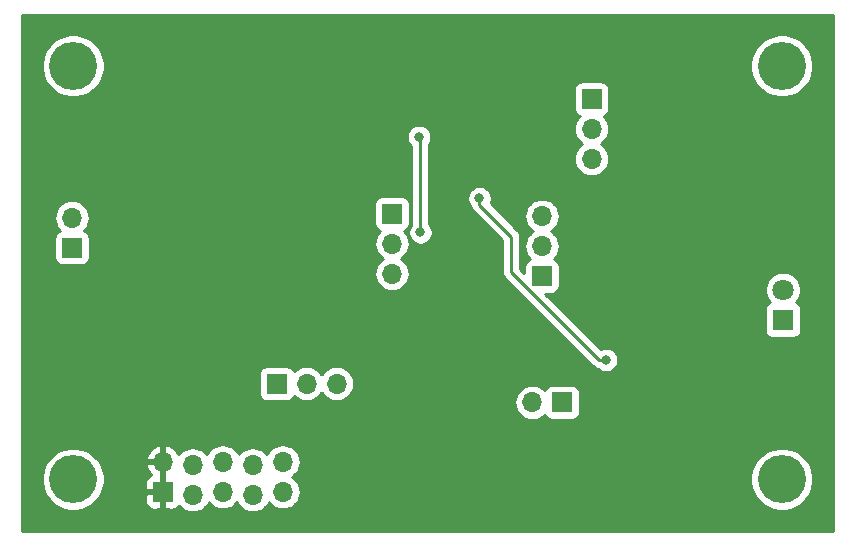
<source format=gbl>
G04 #@! TF.GenerationSoftware,KiCad,Pcbnew,(5.1.0)-1*
G04 #@! TF.CreationDate,2019-05-13T14:42:25-04:00*
G04 #@! TF.ProjectId,EG,45472e6b-6963-4616-945f-706362585858,rev?*
G04 #@! TF.SameCoordinates,Original*
G04 #@! TF.FileFunction,Copper,L2,Bot*
G04 #@! TF.FilePolarity,Positive*
%FSLAX46Y46*%
G04 Gerber Fmt 4.6, Leading zero omitted, Abs format (unit mm)*
G04 Created by KiCad (PCBNEW (5.1.0)-1) date 2019-05-13 14:42:25*
%MOMM*%
%LPD*%
G04 APERTURE LIST*
%ADD10C,4.064000*%
%ADD11R,1.800000X1.800000*%
%ADD12C,1.800000*%
%ADD13O,1.700000X1.700000*%
%ADD14R,1.700000X1.700000*%
%ADD15C,0.800000*%
%ADD16C,0.250000*%
%ADD17C,0.254000*%
G04 APERTURE END LIST*
D10*
X85000000Y-105000000D03*
X145000000Y-105000000D03*
X145000000Y-70000000D03*
X85000000Y-70000000D03*
D11*
X145100000Y-91500000D03*
D12*
X145100000Y-88960000D03*
D13*
X102760000Y-103533000D03*
X102760000Y-106073000D03*
X100220000Y-103787000D03*
X100220000Y-106327000D03*
X97680000Y-103533000D03*
X97680000Y-106073000D03*
X95140000Y-103787000D03*
X95140000Y-106327000D03*
X92600000Y-103533000D03*
D14*
X92600000Y-106073000D03*
D13*
X84900000Y-82860000D03*
D14*
X84900000Y-85400000D03*
X126400000Y-98500000D03*
D13*
X123860000Y-98500000D03*
X128900000Y-77880000D03*
X128900000Y-75340000D03*
D14*
X128900000Y-72800000D03*
D13*
X112000000Y-87580000D03*
X112000000Y-85040000D03*
D14*
X112000000Y-82500000D03*
X102220000Y-96900000D03*
D13*
X104760000Y-96900000D03*
X107300000Y-96900000D03*
D14*
X124700000Y-87800000D03*
D13*
X124700000Y-85260000D03*
X124700000Y-82720000D03*
D15*
X114400000Y-84100000D03*
X114300000Y-76000000D03*
X101100000Y-91400000D03*
X108400000Y-89900000D03*
X112300000Y-72800000D03*
X125400000Y-76000000D03*
X120900000Y-77800000D03*
X133000000Y-82900000D03*
X119400000Y-81200000D03*
X130100000Y-94900000D03*
D16*
X114400000Y-84100000D02*
X114400000Y-76100000D01*
X114400000Y-76100000D02*
X114300000Y-76000000D01*
X119400000Y-81765685D02*
X122100000Y-84465685D01*
X119400000Y-81200000D02*
X119400000Y-81765685D01*
X122100000Y-87485002D02*
X129514998Y-94900000D01*
X122100000Y-84465685D02*
X122100000Y-87485002D01*
X129514998Y-94900000D02*
X130100000Y-94900000D01*
D17*
G36*
X149340001Y-109340000D02*
G01*
X80660000Y-109340000D01*
X80660000Y-104737323D01*
X82333000Y-104737323D01*
X82333000Y-105262677D01*
X82435492Y-105777935D01*
X82636536Y-106263298D01*
X82928406Y-106700113D01*
X83299887Y-107071594D01*
X83736702Y-107363464D01*
X84222065Y-107564508D01*
X84737323Y-107667000D01*
X85262677Y-107667000D01*
X85777935Y-107564508D01*
X86263298Y-107363464D01*
X86700113Y-107071594D01*
X86848707Y-106923000D01*
X91111928Y-106923000D01*
X91124188Y-107047482D01*
X91160498Y-107167180D01*
X91219463Y-107277494D01*
X91298815Y-107374185D01*
X91395506Y-107453537D01*
X91505820Y-107512502D01*
X91625518Y-107548812D01*
X91750000Y-107561072D01*
X92314250Y-107558000D01*
X92473000Y-107399250D01*
X92473000Y-106200000D01*
X91273750Y-106200000D01*
X91115000Y-106358750D01*
X91111928Y-106923000D01*
X86848707Y-106923000D01*
X87071594Y-106700113D01*
X87363464Y-106263298D01*
X87564508Y-105777935D01*
X87667000Y-105262677D01*
X87667000Y-105223000D01*
X91111928Y-105223000D01*
X91115000Y-105787250D01*
X91273750Y-105946000D01*
X92473000Y-105946000D01*
X92473000Y-103660000D01*
X91279186Y-103660000D01*
X91158519Y-103889891D01*
X91255843Y-104164252D01*
X91404822Y-104414355D01*
X91581626Y-104610502D01*
X91505820Y-104633498D01*
X91395506Y-104692463D01*
X91298815Y-104771815D01*
X91219463Y-104868506D01*
X91160498Y-104978820D01*
X91124188Y-105098518D01*
X91111928Y-105223000D01*
X87667000Y-105223000D01*
X87667000Y-104737323D01*
X87564508Y-104222065D01*
X87363464Y-103736702D01*
X87071594Y-103299887D01*
X86947816Y-103176109D01*
X91158519Y-103176109D01*
X91279186Y-103406000D01*
X92473000Y-103406000D01*
X92473000Y-102212845D01*
X92727000Y-102212845D01*
X92727000Y-103406000D01*
X92747000Y-103406000D01*
X92747000Y-103660000D01*
X92727000Y-103660000D01*
X92727000Y-105946000D01*
X92747000Y-105946000D01*
X92747000Y-106200000D01*
X92727000Y-106200000D01*
X92727000Y-107399250D01*
X92885750Y-107558000D01*
X93450000Y-107561072D01*
X93574482Y-107548812D01*
X93694180Y-107512502D01*
X93804494Y-107453537D01*
X93901185Y-107374185D01*
X93980537Y-107277494D01*
X93987815Y-107263877D01*
X94084866Y-107382134D01*
X94310986Y-107567706D01*
X94568966Y-107705599D01*
X94848889Y-107790513D01*
X95067050Y-107812000D01*
X95212950Y-107812000D01*
X95431111Y-107790513D01*
X95711034Y-107705599D01*
X95969014Y-107567706D01*
X96195134Y-107382134D01*
X96380706Y-107156014D01*
X96486031Y-106958964D01*
X96624866Y-107128134D01*
X96850986Y-107313706D01*
X97108966Y-107451599D01*
X97388889Y-107536513D01*
X97607050Y-107558000D01*
X97752950Y-107558000D01*
X97971111Y-107536513D01*
X98251034Y-107451599D01*
X98509014Y-107313706D01*
X98735134Y-107128134D01*
X98873969Y-106958964D01*
X98979294Y-107156014D01*
X99164866Y-107382134D01*
X99390986Y-107567706D01*
X99648966Y-107705599D01*
X99928889Y-107790513D01*
X100147050Y-107812000D01*
X100292950Y-107812000D01*
X100511111Y-107790513D01*
X100791034Y-107705599D01*
X101049014Y-107567706D01*
X101275134Y-107382134D01*
X101460706Y-107156014D01*
X101566031Y-106958964D01*
X101704866Y-107128134D01*
X101930986Y-107313706D01*
X102188966Y-107451599D01*
X102468889Y-107536513D01*
X102687050Y-107558000D01*
X102832950Y-107558000D01*
X103051111Y-107536513D01*
X103331034Y-107451599D01*
X103589014Y-107313706D01*
X103815134Y-107128134D01*
X104000706Y-106902014D01*
X104138599Y-106644034D01*
X104223513Y-106364111D01*
X104252185Y-106073000D01*
X104223513Y-105781889D01*
X104138599Y-105501966D01*
X104000706Y-105243986D01*
X103815134Y-105017866D01*
X103589014Y-104832294D01*
X103534209Y-104803000D01*
X103589014Y-104773706D01*
X103633346Y-104737323D01*
X142333000Y-104737323D01*
X142333000Y-105262677D01*
X142435492Y-105777935D01*
X142636536Y-106263298D01*
X142928406Y-106700113D01*
X143299887Y-107071594D01*
X143736702Y-107363464D01*
X144222065Y-107564508D01*
X144737323Y-107667000D01*
X145262677Y-107667000D01*
X145777935Y-107564508D01*
X146263298Y-107363464D01*
X146700113Y-107071594D01*
X147071594Y-106700113D01*
X147363464Y-106263298D01*
X147564508Y-105777935D01*
X147667000Y-105262677D01*
X147667000Y-104737323D01*
X147564508Y-104222065D01*
X147363464Y-103736702D01*
X147071594Y-103299887D01*
X146700113Y-102928406D01*
X146263298Y-102636536D01*
X145777935Y-102435492D01*
X145262677Y-102333000D01*
X144737323Y-102333000D01*
X144222065Y-102435492D01*
X143736702Y-102636536D01*
X143299887Y-102928406D01*
X142928406Y-103299887D01*
X142636536Y-103736702D01*
X142435492Y-104222065D01*
X142333000Y-104737323D01*
X103633346Y-104737323D01*
X103815134Y-104588134D01*
X104000706Y-104362014D01*
X104138599Y-104104034D01*
X104223513Y-103824111D01*
X104252185Y-103533000D01*
X104223513Y-103241889D01*
X104138599Y-102961966D01*
X104000706Y-102703986D01*
X103815134Y-102477866D01*
X103589014Y-102292294D01*
X103331034Y-102154401D01*
X103051111Y-102069487D01*
X102832950Y-102048000D01*
X102687050Y-102048000D01*
X102468889Y-102069487D01*
X102188966Y-102154401D01*
X101930986Y-102292294D01*
X101704866Y-102477866D01*
X101519294Y-102703986D01*
X101413969Y-102901036D01*
X101275134Y-102731866D01*
X101049014Y-102546294D01*
X100791034Y-102408401D01*
X100511111Y-102323487D01*
X100292950Y-102302000D01*
X100147050Y-102302000D01*
X99928889Y-102323487D01*
X99648966Y-102408401D01*
X99390986Y-102546294D01*
X99164866Y-102731866D01*
X99026031Y-102901036D01*
X98920706Y-102703986D01*
X98735134Y-102477866D01*
X98509014Y-102292294D01*
X98251034Y-102154401D01*
X97971111Y-102069487D01*
X97752950Y-102048000D01*
X97607050Y-102048000D01*
X97388889Y-102069487D01*
X97108966Y-102154401D01*
X96850986Y-102292294D01*
X96624866Y-102477866D01*
X96439294Y-102703986D01*
X96333969Y-102901036D01*
X96195134Y-102731866D01*
X95969014Y-102546294D01*
X95711034Y-102408401D01*
X95431111Y-102323487D01*
X95212950Y-102302000D01*
X95067050Y-102302000D01*
X94848889Y-102323487D01*
X94568966Y-102408401D01*
X94310986Y-102546294D01*
X94084866Y-102731866D01*
X93944546Y-102902846D01*
X93944157Y-102901748D01*
X93795178Y-102651645D01*
X93600269Y-102435412D01*
X93366920Y-102261359D01*
X93104099Y-102136175D01*
X92956890Y-102091524D01*
X92727000Y-102212845D01*
X92473000Y-102212845D01*
X92243110Y-102091524D01*
X92095901Y-102136175D01*
X91833080Y-102261359D01*
X91599731Y-102435412D01*
X91404822Y-102651645D01*
X91255843Y-102901748D01*
X91158519Y-103176109D01*
X86947816Y-103176109D01*
X86700113Y-102928406D01*
X86263298Y-102636536D01*
X85777935Y-102435492D01*
X85262677Y-102333000D01*
X84737323Y-102333000D01*
X84222065Y-102435492D01*
X83736702Y-102636536D01*
X83299887Y-102928406D01*
X82928406Y-103299887D01*
X82636536Y-103736702D01*
X82435492Y-104222065D01*
X82333000Y-104737323D01*
X80660000Y-104737323D01*
X80660000Y-98500000D01*
X122367815Y-98500000D01*
X122396487Y-98791111D01*
X122481401Y-99071034D01*
X122619294Y-99329014D01*
X122804866Y-99555134D01*
X123030986Y-99740706D01*
X123288966Y-99878599D01*
X123568889Y-99963513D01*
X123787050Y-99985000D01*
X123932950Y-99985000D01*
X124151111Y-99963513D01*
X124431034Y-99878599D01*
X124689014Y-99740706D01*
X124915134Y-99555134D01*
X124939607Y-99525313D01*
X124960498Y-99594180D01*
X125019463Y-99704494D01*
X125098815Y-99801185D01*
X125195506Y-99880537D01*
X125305820Y-99939502D01*
X125425518Y-99975812D01*
X125550000Y-99988072D01*
X127250000Y-99988072D01*
X127374482Y-99975812D01*
X127494180Y-99939502D01*
X127604494Y-99880537D01*
X127701185Y-99801185D01*
X127780537Y-99704494D01*
X127839502Y-99594180D01*
X127875812Y-99474482D01*
X127888072Y-99350000D01*
X127888072Y-97650000D01*
X127875812Y-97525518D01*
X127839502Y-97405820D01*
X127780537Y-97295506D01*
X127701185Y-97198815D01*
X127604494Y-97119463D01*
X127494180Y-97060498D01*
X127374482Y-97024188D01*
X127250000Y-97011928D01*
X125550000Y-97011928D01*
X125425518Y-97024188D01*
X125305820Y-97060498D01*
X125195506Y-97119463D01*
X125098815Y-97198815D01*
X125019463Y-97295506D01*
X124960498Y-97405820D01*
X124939607Y-97474687D01*
X124915134Y-97444866D01*
X124689014Y-97259294D01*
X124431034Y-97121401D01*
X124151111Y-97036487D01*
X123932950Y-97015000D01*
X123787050Y-97015000D01*
X123568889Y-97036487D01*
X123288966Y-97121401D01*
X123030986Y-97259294D01*
X122804866Y-97444866D01*
X122619294Y-97670986D01*
X122481401Y-97928966D01*
X122396487Y-98208889D01*
X122367815Y-98500000D01*
X80660000Y-98500000D01*
X80660000Y-96050000D01*
X100731928Y-96050000D01*
X100731928Y-97750000D01*
X100744188Y-97874482D01*
X100780498Y-97994180D01*
X100839463Y-98104494D01*
X100918815Y-98201185D01*
X101015506Y-98280537D01*
X101125820Y-98339502D01*
X101245518Y-98375812D01*
X101370000Y-98388072D01*
X103070000Y-98388072D01*
X103194482Y-98375812D01*
X103314180Y-98339502D01*
X103424494Y-98280537D01*
X103521185Y-98201185D01*
X103600537Y-98104494D01*
X103659502Y-97994180D01*
X103680393Y-97925313D01*
X103704866Y-97955134D01*
X103930986Y-98140706D01*
X104188966Y-98278599D01*
X104468889Y-98363513D01*
X104687050Y-98385000D01*
X104832950Y-98385000D01*
X105051111Y-98363513D01*
X105331034Y-98278599D01*
X105589014Y-98140706D01*
X105815134Y-97955134D01*
X106000706Y-97729014D01*
X106030000Y-97674209D01*
X106059294Y-97729014D01*
X106244866Y-97955134D01*
X106470986Y-98140706D01*
X106728966Y-98278599D01*
X107008889Y-98363513D01*
X107227050Y-98385000D01*
X107372950Y-98385000D01*
X107591111Y-98363513D01*
X107871034Y-98278599D01*
X108129014Y-98140706D01*
X108355134Y-97955134D01*
X108540706Y-97729014D01*
X108678599Y-97471034D01*
X108763513Y-97191111D01*
X108792185Y-96900000D01*
X108763513Y-96608889D01*
X108678599Y-96328966D01*
X108540706Y-96070986D01*
X108355134Y-95844866D01*
X108129014Y-95659294D01*
X107871034Y-95521401D01*
X107591111Y-95436487D01*
X107372950Y-95415000D01*
X107227050Y-95415000D01*
X107008889Y-95436487D01*
X106728966Y-95521401D01*
X106470986Y-95659294D01*
X106244866Y-95844866D01*
X106059294Y-96070986D01*
X106030000Y-96125791D01*
X106000706Y-96070986D01*
X105815134Y-95844866D01*
X105589014Y-95659294D01*
X105331034Y-95521401D01*
X105051111Y-95436487D01*
X104832950Y-95415000D01*
X104687050Y-95415000D01*
X104468889Y-95436487D01*
X104188966Y-95521401D01*
X103930986Y-95659294D01*
X103704866Y-95844866D01*
X103680393Y-95874687D01*
X103659502Y-95805820D01*
X103600537Y-95695506D01*
X103521185Y-95598815D01*
X103424494Y-95519463D01*
X103314180Y-95460498D01*
X103194482Y-95424188D01*
X103070000Y-95411928D01*
X101370000Y-95411928D01*
X101245518Y-95424188D01*
X101125820Y-95460498D01*
X101015506Y-95519463D01*
X100918815Y-95598815D01*
X100839463Y-95695506D01*
X100780498Y-95805820D01*
X100744188Y-95925518D01*
X100731928Y-96050000D01*
X80660000Y-96050000D01*
X80660000Y-82860000D01*
X83407815Y-82860000D01*
X83436487Y-83151111D01*
X83521401Y-83431034D01*
X83659294Y-83689014D01*
X83844866Y-83915134D01*
X83874687Y-83939607D01*
X83805820Y-83960498D01*
X83695506Y-84019463D01*
X83598815Y-84098815D01*
X83519463Y-84195506D01*
X83460498Y-84305820D01*
X83424188Y-84425518D01*
X83411928Y-84550000D01*
X83411928Y-86250000D01*
X83424188Y-86374482D01*
X83460498Y-86494180D01*
X83519463Y-86604494D01*
X83598815Y-86701185D01*
X83695506Y-86780537D01*
X83805820Y-86839502D01*
X83925518Y-86875812D01*
X84050000Y-86888072D01*
X85750000Y-86888072D01*
X85874482Y-86875812D01*
X85994180Y-86839502D01*
X86104494Y-86780537D01*
X86201185Y-86701185D01*
X86280537Y-86604494D01*
X86339502Y-86494180D01*
X86375812Y-86374482D01*
X86388072Y-86250000D01*
X86388072Y-85040000D01*
X110507815Y-85040000D01*
X110536487Y-85331111D01*
X110621401Y-85611034D01*
X110759294Y-85869014D01*
X110944866Y-86095134D01*
X111170986Y-86280706D01*
X111225791Y-86310000D01*
X111170986Y-86339294D01*
X110944866Y-86524866D01*
X110759294Y-86750986D01*
X110621401Y-87008966D01*
X110536487Y-87288889D01*
X110507815Y-87580000D01*
X110536487Y-87871111D01*
X110621401Y-88151034D01*
X110759294Y-88409014D01*
X110944866Y-88635134D01*
X111170986Y-88820706D01*
X111428966Y-88958599D01*
X111708889Y-89043513D01*
X111927050Y-89065000D01*
X112072950Y-89065000D01*
X112291111Y-89043513D01*
X112571034Y-88958599D01*
X112829014Y-88820706D01*
X113055134Y-88635134D01*
X113240706Y-88409014D01*
X113378599Y-88151034D01*
X113463513Y-87871111D01*
X113492185Y-87580000D01*
X113463513Y-87288889D01*
X113378599Y-87008966D01*
X113240706Y-86750986D01*
X113055134Y-86524866D01*
X112829014Y-86339294D01*
X112774209Y-86310000D01*
X112829014Y-86280706D01*
X113055134Y-86095134D01*
X113240706Y-85869014D01*
X113378599Y-85611034D01*
X113463513Y-85331111D01*
X113492185Y-85040000D01*
X113463513Y-84748889D01*
X113378599Y-84468966D01*
X113240706Y-84210986D01*
X113055134Y-83984866D01*
X113025313Y-83960393D01*
X113094180Y-83939502D01*
X113204494Y-83880537D01*
X113301185Y-83801185D01*
X113380537Y-83704494D01*
X113439502Y-83594180D01*
X113475812Y-83474482D01*
X113488072Y-83350000D01*
X113488072Y-81650000D01*
X113475812Y-81525518D01*
X113439502Y-81405820D01*
X113380537Y-81295506D01*
X113301185Y-81198815D01*
X113204494Y-81119463D01*
X113094180Y-81060498D01*
X112974482Y-81024188D01*
X112850000Y-81011928D01*
X111150000Y-81011928D01*
X111025518Y-81024188D01*
X110905820Y-81060498D01*
X110795506Y-81119463D01*
X110698815Y-81198815D01*
X110619463Y-81295506D01*
X110560498Y-81405820D01*
X110524188Y-81525518D01*
X110511928Y-81650000D01*
X110511928Y-83350000D01*
X110524188Y-83474482D01*
X110560498Y-83594180D01*
X110619463Y-83704494D01*
X110698815Y-83801185D01*
X110795506Y-83880537D01*
X110905820Y-83939502D01*
X110974687Y-83960393D01*
X110944866Y-83984866D01*
X110759294Y-84210986D01*
X110621401Y-84468966D01*
X110536487Y-84748889D01*
X110507815Y-85040000D01*
X86388072Y-85040000D01*
X86388072Y-84550000D01*
X86375812Y-84425518D01*
X86339502Y-84305820D01*
X86280537Y-84195506D01*
X86201185Y-84098815D01*
X86104494Y-84019463D01*
X85994180Y-83960498D01*
X85925313Y-83939607D01*
X85955134Y-83915134D01*
X86140706Y-83689014D01*
X86278599Y-83431034D01*
X86363513Y-83151111D01*
X86392185Y-82860000D01*
X86363513Y-82568889D01*
X86278599Y-82288966D01*
X86140706Y-82030986D01*
X85955134Y-81804866D01*
X85729014Y-81619294D01*
X85471034Y-81481401D01*
X85191111Y-81396487D01*
X84972950Y-81375000D01*
X84827050Y-81375000D01*
X84608889Y-81396487D01*
X84328966Y-81481401D01*
X84070986Y-81619294D01*
X83844866Y-81804866D01*
X83659294Y-82030986D01*
X83521401Y-82288966D01*
X83436487Y-82568889D01*
X83407815Y-82860000D01*
X80660000Y-82860000D01*
X80660000Y-75898061D01*
X113265000Y-75898061D01*
X113265000Y-76101939D01*
X113304774Y-76301898D01*
X113382795Y-76490256D01*
X113496063Y-76659774D01*
X113640001Y-76803712D01*
X113640000Y-83396289D01*
X113596063Y-83440226D01*
X113482795Y-83609744D01*
X113404774Y-83798102D01*
X113365000Y-83998061D01*
X113365000Y-84201939D01*
X113404774Y-84401898D01*
X113482795Y-84590256D01*
X113596063Y-84759774D01*
X113740226Y-84903937D01*
X113909744Y-85017205D01*
X114098102Y-85095226D01*
X114298061Y-85135000D01*
X114501939Y-85135000D01*
X114701898Y-85095226D01*
X114890256Y-85017205D01*
X115059774Y-84903937D01*
X115203937Y-84759774D01*
X115317205Y-84590256D01*
X115395226Y-84401898D01*
X115435000Y-84201939D01*
X115435000Y-83998061D01*
X115395226Y-83798102D01*
X115317205Y-83609744D01*
X115203937Y-83440226D01*
X115160000Y-83396289D01*
X115160000Y-81098061D01*
X118365000Y-81098061D01*
X118365000Y-81301939D01*
X118404774Y-81501898D01*
X118482795Y-81690256D01*
X118596063Y-81859774D01*
X118651013Y-81914724D01*
X118694454Y-82057932D01*
X118719037Y-82103921D01*
X118765026Y-82189961D01*
X118836201Y-82276687D01*
X118860000Y-82305686D01*
X118888998Y-82329484D01*
X121340000Y-84780487D01*
X121340001Y-87447670D01*
X121336324Y-87485002D01*
X121350998Y-87633987D01*
X121394454Y-87777248D01*
X121465026Y-87909278D01*
X121524294Y-87981495D01*
X121560000Y-88025003D01*
X121588998Y-88048801D01*
X128951199Y-95411003D01*
X128974997Y-95440001D01*
X129090722Y-95534974D01*
X129222751Y-95605546D01*
X129366012Y-95649003D01*
X129387398Y-95651109D01*
X129440226Y-95703937D01*
X129609744Y-95817205D01*
X129798102Y-95895226D01*
X129998061Y-95935000D01*
X130201939Y-95935000D01*
X130401898Y-95895226D01*
X130590256Y-95817205D01*
X130759774Y-95703937D01*
X130903937Y-95559774D01*
X131017205Y-95390256D01*
X131095226Y-95201898D01*
X131135000Y-95001939D01*
X131135000Y-94798061D01*
X131095226Y-94598102D01*
X131017205Y-94409744D01*
X130903937Y-94240226D01*
X130759774Y-94096063D01*
X130590256Y-93982795D01*
X130401898Y-93904774D01*
X130201939Y-93865000D01*
X129998061Y-93865000D01*
X129798102Y-93904774D01*
X129654186Y-93964386D01*
X126289800Y-90600000D01*
X143561928Y-90600000D01*
X143561928Y-92400000D01*
X143574188Y-92524482D01*
X143610498Y-92644180D01*
X143669463Y-92754494D01*
X143748815Y-92851185D01*
X143845506Y-92930537D01*
X143955820Y-92989502D01*
X144075518Y-93025812D01*
X144200000Y-93038072D01*
X146000000Y-93038072D01*
X146124482Y-93025812D01*
X146244180Y-92989502D01*
X146354494Y-92930537D01*
X146451185Y-92851185D01*
X146530537Y-92754494D01*
X146589502Y-92644180D01*
X146625812Y-92524482D01*
X146638072Y-92400000D01*
X146638072Y-90600000D01*
X146625812Y-90475518D01*
X146589502Y-90355820D01*
X146530537Y-90245506D01*
X146451185Y-90148815D01*
X146354494Y-90069463D01*
X146244180Y-90010498D01*
X146225873Y-90004944D01*
X146292312Y-89938505D01*
X146460299Y-89687095D01*
X146576011Y-89407743D01*
X146635000Y-89111184D01*
X146635000Y-88808816D01*
X146576011Y-88512257D01*
X146460299Y-88232905D01*
X146292312Y-87981495D01*
X146078505Y-87767688D01*
X145827095Y-87599701D01*
X145547743Y-87483989D01*
X145251184Y-87425000D01*
X144948816Y-87425000D01*
X144652257Y-87483989D01*
X144372905Y-87599701D01*
X144121495Y-87767688D01*
X143907688Y-87981495D01*
X143739701Y-88232905D01*
X143623989Y-88512257D01*
X143565000Y-88808816D01*
X143565000Y-89111184D01*
X143623989Y-89407743D01*
X143739701Y-89687095D01*
X143907688Y-89938505D01*
X143974127Y-90004944D01*
X143955820Y-90010498D01*
X143845506Y-90069463D01*
X143748815Y-90148815D01*
X143669463Y-90245506D01*
X143610498Y-90355820D01*
X143574188Y-90475518D01*
X143561928Y-90600000D01*
X126289800Y-90600000D01*
X124977871Y-89288072D01*
X125550000Y-89288072D01*
X125674482Y-89275812D01*
X125794180Y-89239502D01*
X125904494Y-89180537D01*
X126001185Y-89101185D01*
X126080537Y-89004494D01*
X126139502Y-88894180D01*
X126175812Y-88774482D01*
X126188072Y-88650000D01*
X126188072Y-86950000D01*
X126175812Y-86825518D01*
X126139502Y-86705820D01*
X126080537Y-86595506D01*
X126001185Y-86498815D01*
X125904494Y-86419463D01*
X125794180Y-86360498D01*
X125725313Y-86339607D01*
X125755134Y-86315134D01*
X125940706Y-86089014D01*
X126078599Y-85831034D01*
X126163513Y-85551111D01*
X126192185Y-85260000D01*
X126163513Y-84968889D01*
X126078599Y-84688966D01*
X125940706Y-84430986D01*
X125755134Y-84204866D01*
X125529014Y-84019294D01*
X125474209Y-83990000D01*
X125529014Y-83960706D01*
X125755134Y-83775134D01*
X125940706Y-83549014D01*
X126078599Y-83291034D01*
X126163513Y-83011111D01*
X126192185Y-82720000D01*
X126163513Y-82428889D01*
X126078599Y-82148966D01*
X125940706Y-81890986D01*
X125755134Y-81664866D01*
X125529014Y-81479294D01*
X125271034Y-81341401D01*
X124991111Y-81256487D01*
X124772950Y-81235000D01*
X124627050Y-81235000D01*
X124408889Y-81256487D01*
X124128966Y-81341401D01*
X123870986Y-81479294D01*
X123644866Y-81664866D01*
X123459294Y-81890986D01*
X123321401Y-82148966D01*
X123236487Y-82428889D01*
X123207815Y-82720000D01*
X123236487Y-83011111D01*
X123321401Y-83291034D01*
X123459294Y-83549014D01*
X123644866Y-83775134D01*
X123870986Y-83960706D01*
X123925791Y-83990000D01*
X123870986Y-84019294D01*
X123644866Y-84204866D01*
X123459294Y-84430986D01*
X123321401Y-84688966D01*
X123236487Y-84968889D01*
X123207815Y-85260000D01*
X123236487Y-85551111D01*
X123321401Y-85831034D01*
X123459294Y-86089014D01*
X123644866Y-86315134D01*
X123674687Y-86339607D01*
X123605820Y-86360498D01*
X123495506Y-86419463D01*
X123398815Y-86498815D01*
X123319463Y-86595506D01*
X123260498Y-86705820D01*
X123224188Y-86825518D01*
X123211928Y-86950000D01*
X123211928Y-87522129D01*
X122860000Y-87170201D01*
X122860000Y-84503018D01*
X122863677Y-84465685D01*
X122849003Y-84316699D01*
X122805546Y-84173438D01*
X122734974Y-84041409D01*
X122663799Y-83954682D01*
X122640001Y-83925684D01*
X122611004Y-83901887D01*
X120341271Y-81632155D01*
X120395226Y-81501898D01*
X120435000Y-81301939D01*
X120435000Y-81098061D01*
X120395226Y-80898102D01*
X120317205Y-80709744D01*
X120203937Y-80540226D01*
X120059774Y-80396063D01*
X119890256Y-80282795D01*
X119701898Y-80204774D01*
X119501939Y-80165000D01*
X119298061Y-80165000D01*
X119098102Y-80204774D01*
X118909744Y-80282795D01*
X118740226Y-80396063D01*
X118596063Y-80540226D01*
X118482795Y-80709744D01*
X118404774Y-80898102D01*
X118365000Y-81098061D01*
X115160000Y-81098061D01*
X115160000Y-76575870D01*
X115217205Y-76490256D01*
X115295226Y-76301898D01*
X115335000Y-76101939D01*
X115335000Y-75898061D01*
X115295226Y-75698102D01*
X115217205Y-75509744D01*
X115103937Y-75340226D01*
X115103711Y-75340000D01*
X127407815Y-75340000D01*
X127436487Y-75631111D01*
X127521401Y-75911034D01*
X127659294Y-76169014D01*
X127844866Y-76395134D01*
X128070986Y-76580706D01*
X128125791Y-76610000D01*
X128070986Y-76639294D01*
X127844866Y-76824866D01*
X127659294Y-77050986D01*
X127521401Y-77308966D01*
X127436487Y-77588889D01*
X127407815Y-77880000D01*
X127436487Y-78171111D01*
X127521401Y-78451034D01*
X127659294Y-78709014D01*
X127844866Y-78935134D01*
X128070986Y-79120706D01*
X128328966Y-79258599D01*
X128608889Y-79343513D01*
X128827050Y-79365000D01*
X128972950Y-79365000D01*
X129191111Y-79343513D01*
X129471034Y-79258599D01*
X129729014Y-79120706D01*
X129955134Y-78935134D01*
X130140706Y-78709014D01*
X130278599Y-78451034D01*
X130363513Y-78171111D01*
X130392185Y-77880000D01*
X130363513Y-77588889D01*
X130278599Y-77308966D01*
X130140706Y-77050986D01*
X129955134Y-76824866D01*
X129729014Y-76639294D01*
X129674209Y-76610000D01*
X129729014Y-76580706D01*
X129955134Y-76395134D01*
X130140706Y-76169014D01*
X130278599Y-75911034D01*
X130363513Y-75631111D01*
X130392185Y-75340000D01*
X130363513Y-75048889D01*
X130278599Y-74768966D01*
X130140706Y-74510986D01*
X129955134Y-74284866D01*
X129925313Y-74260393D01*
X129994180Y-74239502D01*
X130104494Y-74180537D01*
X130201185Y-74101185D01*
X130280537Y-74004494D01*
X130339502Y-73894180D01*
X130375812Y-73774482D01*
X130388072Y-73650000D01*
X130388072Y-71950000D01*
X130375812Y-71825518D01*
X130339502Y-71705820D01*
X130280537Y-71595506D01*
X130201185Y-71498815D01*
X130104494Y-71419463D01*
X129994180Y-71360498D01*
X129874482Y-71324188D01*
X129750000Y-71311928D01*
X128050000Y-71311928D01*
X127925518Y-71324188D01*
X127805820Y-71360498D01*
X127695506Y-71419463D01*
X127598815Y-71498815D01*
X127519463Y-71595506D01*
X127460498Y-71705820D01*
X127424188Y-71825518D01*
X127411928Y-71950000D01*
X127411928Y-73650000D01*
X127424188Y-73774482D01*
X127460498Y-73894180D01*
X127519463Y-74004494D01*
X127598815Y-74101185D01*
X127695506Y-74180537D01*
X127805820Y-74239502D01*
X127874687Y-74260393D01*
X127844866Y-74284866D01*
X127659294Y-74510986D01*
X127521401Y-74768966D01*
X127436487Y-75048889D01*
X127407815Y-75340000D01*
X115103711Y-75340000D01*
X114959774Y-75196063D01*
X114790256Y-75082795D01*
X114601898Y-75004774D01*
X114401939Y-74965000D01*
X114198061Y-74965000D01*
X113998102Y-75004774D01*
X113809744Y-75082795D01*
X113640226Y-75196063D01*
X113496063Y-75340226D01*
X113382795Y-75509744D01*
X113304774Y-75698102D01*
X113265000Y-75898061D01*
X80660000Y-75898061D01*
X80660000Y-69737323D01*
X82333000Y-69737323D01*
X82333000Y-70262677D01*
X82435492Y-70777935D01*
X82636536Y-71263298D01*
X82928406Y-71700113D01*
X83299887Y-72071594D01*
X83736702Y-72363464D01*
X84222065Y-72564508D01*
X84737323Y-72667000D01*
X85262677Y-72667000D01*
X85777935Y-72564508D01*
X86263298Y-72363464D01*
X86700113Y-72071594D01*
X87071594Y-71700113D01*
X87363464Y-71263298D01*
X87564508Y-70777935D01*
X87667000Y-70262677D01*
X87667000Y-69737323D01*
X142333000Y-69737323D01*
X142333000Y-70262677D01*
X142435492Y-70777935D01*
X142636536Y-71263298D01*
X142928406Y-71700113D01*
X143299887Y-72071594D01*
X143736702Y-72363464D01*
X144222065Y-72564508D01*
X144737323Y-72667000D01*
X145262677Y-72667000D01*
X145777935Y-72564508D01*
X146263298Y-72363464D01*
X146700113Y-72071594D01*
X147071594Y-71700113D01*
X147363464Y-71263298D01*
X147564508Y-70777935D01*
X147667000Y-70262677D01*
X147667000Y-69737323D01*
X147564508Y-69222065D01*
X147363464Y-68736702D01*
X147071594Y-68299887D01*
X146700113Y-67928406D01*
X146263298Y-67636536D01*
X145777935Y-67435492D01*
X145262677Y-67333000D01*
X144737323Y-67333000D01*
X144222065Y-67435492D01*
X143736702Y-67636536D01*
X143299887Y-67928406D01*
X142928406Y-68299887D01*
X142636536Y-68736702D01*
X142435492Y-69222065D01*
X142333000Y-69737323D01*
X87667000Y-69737323D01*
X87564508Y-69222065D01*
X87363464Y-68736702D01*
X87071594Y-68299887D01*
X86700113Y-67928406D01*
X86263298Y-67636536D01*
X85777935Y-67435492D01*
X85262677Y-67333000D01*
X84737323Y-67333000D01*
X84222065Y-67435492D01*
X83736702Y-67636536D01*
X83299887Y-67928406D01*
X82928406Y-68299887D01*
X82636536Y-68736702D01*
X82435492Y-69222065D01*
X82333000Y-69737323D01*
X80660000Y-69737323D01*
X80660000Y-65660000D01*
X149340000Y-65660000D01*
X149340001Y-109340000D01*
X149340001Y-109340000D01*
G37*
X149340001Y-109340000D02*
X80660000Y-109340000D01*
X80660000Y-104737323D01*
X82333000Y-104737323D01*
X82333000Y-105262677D01*
X82435492Y-105777935D01*
X82636536Y-106263298D01*
X82928406Y-106700113D01*
X83299887Y-107071594D01*
X83736702Y-107363464D01*
X84222065Y-107564508D01*
X84737323Y-107667000D01*
X85262677Y-107667000D01*
X85777935Y-107564508D01*
X86263298Y-107363464D01*
X86700113Y-107071594D01*
X86848707Y-106923000D01*
X91111928Y-106923000D01*
X91124188Y-107047482D01*
X91160498Y-107167180D01*
X91219463Y-107277494D01*
X91298815Y-107374185D01*
X91395506Y-107453537D01*
X91505820Y-107512502D01*
X91625518Y-107548812D01*
X91750000Y-107561072D01*
X92314250Y-107558000D01*
X92473000Y-107399250D01*
X92473000Y-106200000D01*
X91273750Y-106200000D01*
X91115000Y-106358750D01*
X91111928Y-106923000D01*
X86848707Y-106923000D01*
X87071594Y-106700113D01*
X87363464Y-106263298D01*
X87564508Y-105777935D01*
X87667000Y-105262677D01*
X87667000Y-105223000D01*
X91111928Y-105223000D01*
X91115000Y-105787250D01*
X91273750Y-105946000D01*
X92473000Y-105946000D01*
X92473000Y-103660000D01*
X91279186Y-103660000D01*
X91158519Y-103889891D01*
X91255843Y-104164252D01*
X91404822Y-104414355D01*
X91581626Y-104610502D01*
X91505820Y-104633498D01*
X91395506Y-104692463D01*
X91298815Y-104771815D01*
X91219463Y-104868506D01*
X91160498Y-104978820D01*
X91124188Y-105098518D01*
X91111928Y-105223000D01*
X87667000Y-105223000D01*
X87667000Y-104737323D01*
X87564508Y-104222065D01*
X87363464Y-103736702D01*
X87071594Y-103299887D01*
X86947816Y-103176109D01*
X91158519Y-103176109D01*
X91279186Y-103406000D01*
X92473000Y-103406000D01*
X92473000Y-102212845D01*
X92727000Y-102212845D01*
X92727000Y-103406000D01*
X92747000Y-103406000D01*
X92747000Y-103660000D01*
X92727000Y-103660000D01*
X92727000Y-105946000D01*
X92747000Y-105946000D01*
X92747000Y-106200000D01*
X92727000Y-106200000D01*
X92727000Y-107399250D01*
X92885750Y-107558000D01*
X93450000Y-107561072D01*
X93574482Y-107548812D01*
X93694180Y-107512502D01*
X93804494Y-107453537D01*
X93901185Y-107374185D01*
X93980537Y-107277494D01*
X93987815Y-107263877D01*
X94084866Y-107382134D01*
X94310986Y-107567706D01*
X94568966Y-107705599D01*
X94848889Y-107790513D01*
X95067050Y-107812000D01*
X95212950Y-107812000D01*
X95431111Y-107790513D01*
X95711034Y-107705599D01*
X95969014Y-107567706D01*
X96195134Y-107382134D01*
X96380706Y-107156014D01*
X96486031Y-106958964D01*
X96624866Y-107128134D01*
X96850986Y-107313706D01*
X97108966Y-107451599D01*
X97388889Y-107536513D01*
X97607050Y-107558000D01*
X97752950Y-107558000D01*
X97971111Y-107536513D01*
X98251034Y-107451599D01*
X98509014Y-107313706D01*
X98735134Y-107128134D01*
X98873969Y-106958964D01*
X98979294Y-107156014D01*
X99164866Y-107382134D01*
X99390986Y-107567706D01*
X99648966Y-107705599D01*
X99928889Y-107790513D01*
X100147050Y-107812000D01*
X100292950Y-107812000D01*
X100511111Y-107790513D01*
X100791034Y-107705599D01*
X101049014Y-107567706D01*
X101275134Y-107382134D01*
X101460706Y-107156014D01*
X101566031Y-106958964D01*
X101704866Y-107128134D01*
X101930986Y-107313706D01*
X102188966Y-107451599D01*
X102468889Y-107536513D01*
X102687050Y-107558000D01*
X102832950Y-107558000D01*
X103051111Y-107536513D01*
X103331034Y-107451599D01*
X103589014Y-107313706D01*
X103815134Y-107128134D01*
X104000706Y-106902014D01*
X104138599Y-106644034D01*
X104223513Y-106364111D01*
X104252185Y-106073000D01*
X104223513Y-105781889D01*
X104138599Y-105501966D01*
X104000706Y-105243986D01*
X103815134Y-105017866D01*
X103589014Y-104832294D01*
X103534209Y-104803000D01*
X103589014Y-104773706D01*
X103633346Y-104737323D01*
X142333000Y-104737323D01*
X142333000Y-105262677D01*
X142435492Y-105777935D01*
X142636536Y-106263298D01*
X142928406Y-106700113D01*
X143299887Y-107071594D01*
X143736702Y-107363464D01*
X144222065Y-107564508D01*
X144737323Y-107667000D01*
X145262677Y-107667000D01*
X145777935Y-107564508D01*
X146263298Y-107363464D01*
X146700113Y-107071594D01*
X147071594Y-106700113D01*
X147363464Y-106263298D01*
X147564508Y-105777935D01*
X147667000Y-105262677D01*
X147667000Y-104737323D01*
X147564508Y-104222065D01*
X147363464Y-103736702D01*
X147071594Y-103299887D01*
X146700113Y-102928406D01*
X146263298Y-102636536D01*
X145777935Y-102435492D01*
X145262677Y-102333000D01*
X144737323Y-102333000D01*
X144222065Y-102435492D01*
X143736702Y-102636536D01*
X143299887Y-102928406D01*
X142928406Y-103299887D01*
X142636536Y-103736702D01*
X142435492Y-104222065D01*
X142333000Y-104737323D01*
X103633346Y-104737323D01*
X103815134Y-104588134D01*
X104000706Y-104362014D01*
X104138599Y-104104034D01*
X104223513Y-103824111D01*
X104252185Y-103533000D01*
X104223513Y-103241889D01*
X104138599Y-102961966D01*
X104000706Y-102703986D01*
X103815134Y-102477866D01*
X103589014Y-102292294D01*
X103331034Y-102154401D01*
X103051111Y-102069487D01*
X102832950Y-102048000D01*
X102687050Y-102048000D01*
X102468889Y-102069487D01*
X102188966Y-102154401D01*
X101930986Y-102292294D01*
X101704866Y-102477866D01*
X101519294Y-102703986D01*
X101413969Y-102901036D01*
X101275134Y-102731866D01*
X101049014Y-102546294D01*
X100791034Y-102408401D01*
X100511111Y-102323487D01*
X100292950Y-102302000D01*
X100147050Y-102302000D01*
X99928889Y-102323487D01*
X99648966Y-102408401D01*
X99390986Y-102546294D01*
X99164866Y-102731866D01*
X99026031Y-102901036D01*
X98920706Y-102703986D01*
X98735134Y-102477866D01*
X98509014Y-102292294D01*
X98251034Y-102154401D01*
X97971111Y-102069487D01*
X97752950Y-102048000D01*
X97607050Y-102048000D01*
X97388889Y-102069487D01*
X97108966Y-102154401D01*
X96850986Y-102292294D01*
X96624866Y-102477866D01*
X96439294Y-102703986D01*
X96333969Y-102901036D01*
X96195134Y-102731866D01*
X95969014Y-102546294D01*
X95711034Y-102408401D01*
X95431111Y-102323487D01*
X95212950Y-102302000D01*
X95067050Y-102302000D01*
X94848889Y-102323487D01*
X94568966Y-102408401D01*
X94310986Y-102546294D01*
X94084866Y-102731866D01*
X93944546Y-102902846D01*
X93944157Y-102901748D01*
X93795178Y-102651645D01*
X93600269Y-102435412D01*
X93366920Y-102261359D01*
X93104099Y-102136175D01*
X92956890Y-102091524D01*
X92727000Y-102212845D01*
X92473000Y-102212845D01*
X92243110Y-102091524D01*
X92095901Y-102136175D01*
X91833080Y-102261359D01*
X91599731Y-102435412D01*
X91404822Y-102651645D01*
X91255843Y-102901748D01*
X91158519Y-103176109D01*
X86947816Y-103176109D01*
X86700113Y-102928406D01*
X86263298Y-102636536D01*
X85777935Y-102435492D01*
X85262677Y-102333000D01*
X84737323Y-102333000D01*
X84222065Y-102435492D01*
X83736702Y-102636536D01*
X83299887Y-102928406D01*
X82928406Y-103299887D01*
X82636536Y-103736702D01*
X82435492Y-104222065D01*
X82333000Y-104737323D01*
X80660000Y-104737323D01*
X80660000Y-98500000D01*
X122367815Y-98500000D01*
X122396487Y-98791111D01*
X122481401Y-99071034D01*
X122619294Y-99329014D01*
X122804866Y-99555134D01*
X123030986Y-99740706D01*
X123288966Y-99878599D01*
X123568889Y-99963513D01*
X123787050Y-99985000D01*
X123932950Y-99985000D01*
X124151111Y-99963513D01*
X124431034Y-99878599D01*
X124689014Y-99740706D01*
X124915134Y-99555134D01*
X124939607Y-99525313D01*
X124960498Y-99594180D01*
X125019463Y-99704494D01*
X125098815Y-99801185D01*
X125195506Y-99880537D01*
X125305820Y-99939502D01*
X125425518Y-99975812D01*
X125550000Y-99988072D01*
X127250000Y-99988072D01*
X127374482Y-99975812D01*
X127494180Y-99939502D01*
X127604494Y-99880537D01*
X127701185Y-99801185D01*
X127780537Y-99704494D01*
X127839502Y-99594180D01*
X127875812Y-99474482D01*
X127888072Y-99350000D01*
X127888072Y-97650000D01*
X127875812Y-97525518D01*
X127839502Y-97405820D01*
X127780537Y-97295506D01*
X127701185Y-97198815D01*
X127604494Y-97119463D01*
X127494180Y-97060498D01*
X127374482Y-97024188D01*
X127250000Y-97011928D01*
X125550000Y-97011928D01*
X125425518Y-97024188D01*
X125305820Y-97060498D01*
X125195506Y-97119463D01*
X125098815Y-97198815D01*
X125019463Y-97295506D01*
X124960498Y-97405820D01*
X124939607Y-97474687D01*
X124915134Y-97444866D01*
X124689014Y-97259294D01*
X124431034Y-97121401D01*
X124151111Y-97036487D01*
X123932950Y-97015000D01*
X123787050Y-97015000D01*
X123568889Y-97036487D01*
X123288966Y-97121401D01*
X123030986Y-97259294D01*
X122804866Y-97444866D01*
X122619294Y-97670986D01*
X122481401Y-97928966D01*
X122396487Y-98208889D01*
X122367815Y-98500000D01*
X80660000Y-98500000D01*
X80660000Y-96050000D01*
X100731928Y-96050000D01*
X100731928Y-97750000D01*
X100744188Y-97874482D01*
X100780498Y-97994180D01*
X100839463Y-98104494D01*
X100918815Y-98201185D01*
X101015506Y-98280537D01*
X101125820Y-98339502D01*
X101245518Y-98375812D01*
X101370000Y-98388072D01*
X103070000Y-98388072D01*
X103194482Y-98375812D01*
X103314180Y-98339502D01*
X103424494Y-98280537D01*
X103521185Y-98201185D01*
X103600537Y-98104494D01*
X103659502Y-97994180D01*
X103680393Y-97925313D01*
X103704866Y-97955134D01*
X103930986Y-98140706D01*
X104188966Y-98278599D01*
X104468889Y-98363513D01*
X104687050Y-98385000D01*
X104832950Y-98385000D01*
X105051111Y-98363513D01*
X105331034Y-98278599D01*
X105589014Y-98140706D01*
X105815134Y-97955134D01*
X106000706Y-97729014D01*
X106030000Y-97674209D01*
X106059294Y-97729014D01*
X106244866Y-97955134D01*
X106470986Y-98140706D01*
X106728966Y-98278599D01*
X107008889Y-98363513D01*
X107227050Y-98385000D01*
X107372950Y-98385000D01*
X107591111Y-98363513D01*
X107871034Y-98278599D01*
X108129014Y-98140706D01*
X108355134Y-97955134D01*
X108540706Y-97729014D01*
X108678599Y-97471034D01*
X108763513Y-97191111D01*
X108792185Y-96900000D01*
X108763513Y-96608889D01*
X108678599Y-96328966D01*
X108540706Y-96070986D01*
X108355134Y-95844866D01*
X108129014Y-95659294D01*
X107871034Y-95521401D01*
X107591111Y-95436487D01*
X107372950Y-95415000D01*
X107227050Y-95415000D01*
X107008889Y-95436487D01*
X106728966Y-95521401D01*
X106470986Y-95659294D01*
X106244866Y-95844866D01*
X106059294Y-96070986D01*
X106030000Y-96125791D01*
X106000706Y-96070986D01*
X105815134Y-95844866D01*
X105589014Y-95659294D01*
X105331034Y-95521401D01*
X105051111Y-95436487D01*
X104832950Y-95415000D01*
X104687050Y-95415000D01*
X104468889Y-95436487D01*
X104188966Y-95521401D01*
X103930986Y-95659294D01*
X103704866Y-95844866D01*
X103680393Y-95874687D01*
X103659502Y-95805820D01*
X103600537Y-95695506D01*
X103521185Y-95598815D01*
X103424494Y-95519463D01*
X103314180Y-95460498D01*
X103194482Y-95424188D01*
X103070000Y-95411928D01*
X101370000Y-95411928D01*
X101245518Y-95424188D01*
X101125820Y-95460498D01*
X101015506Y-95519463D01*
X100918815Y-95598815D01*
X100839463Y-95695506D01*
X100780498Y-95805820D01*
X100744188Y-95925518D01*
X100731928Y-96050000D01*
X80660000Y-96050000D01*
X80660000Y-82860000D01*
X83407815Y-82860000D01*
X83436487Y-83151111D01*
X83521401Y-83431034D01*
X83659294Y-83689014D01*
X83844866Y-83915134D01*
X83874687Y-83939607D01*
X83805820Y-83960498D01*
X83695506Y-84019463D01*
X83598815Y-84098815D01*
X83519463Y-84195506D01*
X83460498Y-84305820D01*
X83424188Y-84425518D01*
X83411928Y-84550000D01*
X83411928Y-86250000D01*
X83424188Y-86374482D01*
X83460498Y-86494180D01*
X83519463Y-86604494D01*
X83598815Y-86701185D01*
X83695506Y-86780537D01*
X83805820Y-86839502D01*
X83925518Y-86875812D01*
X84050000Y-86888072D01*
X85750000Y-86888072D01*
X85874482Y-86875812D01*
X85994180Y-86839502D01*
X86104494Y-86780537D01*
X86201185Y-86701185D01*
X86280537Y-86604494D01*
X86339502Y-86494180D01*
X86375812Y-86374482D01*
X86388072Y-86250000D01*
X86388072Y-85040000D01*
X110507815Y-85040000D01*
X110536487Y-85331111D01*
X110621401Y-85611034D01*
X110759294Y-85869014D01*
X110944866Y-86095134D01*
X111170986Y-86280706D01*
X111225791Y-86310000D01*
X111170986Y-86339294D01*
X110944866Y-86524866D01*
X110759294Y-86750986D01*
X110621401Y-87008966D01*
X110536487Y-87288889D01*
X110507815Y-87580000D01*
X110536487Y-87871111D01*
X110621401Y-88151034D01*
X110759294Y-88409014D01*
X110944866Y-88635134D01*
X111170986Y-88820706D01*
X111428966Y-88958599D01*
X111708889Y-89043513D01*
X111927050Y-89065000D01*
X112072950Y-89065000D01*
X112291111Y-89043513D01*
X112571034Y-88958599D01*
X112829014Y-88820706D01*
X113055134Y-88635134D01*
X113240706Y-88409014D01*
X113378599Y-88151034D01*
X113463513Y-87871111D01*
X113492185Y-87580000D01*
X113463513Y-87288889D01*
X113378599Y-87008966D01*
X113240706Y-86750986D01*
X113055134Y-86524866D01*
X112829014Y-86339294D01*
X112774209Y-86310000D01*
X112829014Y-86280706D01*
X113055134Y-86095134D01*
X113240706Y-85869014D01*
X113378599Y-85611034D01*
X113463513Y-85331111D01*
X113492185Y-85040000D01*
X113463513Y-84748889D01*
X113378599Y-84468966D01*
X113240706Y-84210986D01*
X113055134Y-83984866D01*
X113025313Y-83960393D01*
X113094180Y-83939502D01*
X113204494Y-83880537D01*
X113301185Y-83801185D01*
X113380537Y-83704494D01*
X113439502Y-83594180D01*
X113475812Y-83474482D01*
X113488072Y-83350000D01*
X113488072Y-81650000D01*
X113475812Y-81525518D01*
X113439502Y-81405820D01*
X113380537Y-81295506D01*
X113301185Y-81198815D01*
X113204494Y-81119463D01*
X113094180Y-81060498D01*
X112974482Y-81024188D01*
X112850000Y-81011928D01*
X111150000Y-81011928D01*
X111025518Y-81024188D01*
X110905820Y-81060498D01*
X110795506Y-81119463D01*
X110698815Y-81198815D01*
X110619463Y-81295506D01*
X110560498Y-81405820D01*
X110524188Y-81525518D01*
X110511928Y-81650000D01*
X110511928Y-83350000D01*
X110524188Y-83474482D01*
X110560498Y-83594180D01*
X110619463Y-83704494D01*
X110698815Y-83801185D01*
X110795506Y-83880537D01*
X110905820Y-83939502D01*
X110974687Y-83960393D01*
X110944866Y-83984866D01*
X110759294Y-84210986D01*
X110621401Y-84468966D01*
X110536487Y-84748889D01*
X110507815Y-85040000D01*
X86388072Y-85040000D01*
X86388072Y-84550000D01*
X86375812Y-84425518D01*
X86339502Y-84305820D01*
X86280537Y-84195506D01*
X86201185Y-84098815D01*
X86104494Y-84019463D01*
X85994180Y-83960498D01*
X85925313Y-83939607D01*
X85955134Y-83915134D01*
X86140706Y-83689014D01*
X86278599Y-83431034D01*
X86363513Y-83151111D01*
X86392185Y-82860000D01*
X86363513Y-82568889D01*
X86278599Y-82288966D01*
X86140706Y-82030986D01*
X85955134Y-81804866D01*
X85729014Y-81619294D01*
X85471034Y-81481401D01*
X85191111Y-81396487D01*
X84972950Y-81375000D01*
X84827050Y-81375000D01*
X84608889Y-81396487D01*
X84328966Y-81481401D01*
X84070986Y-81619294D01*
X83844866Y-81804866D01*
X83659294Y-82030986D01*
X83521401Y-82288966D01*
X83436487Y-82568889D01*
X83407815Y-82860000D01*
X80660000Y-82860000D01*
X80660000Y-75898061D01*
X113265000Y-75898061D01*
X113265000Y-76101939D01*
X113304774Y-76301898D01*
X113382795Y-76490256D01*
X113496063Y-76659774D01*
X113640001Y-76803712D01*
X113640000Y-83396289D01*
X113596063Y-83440226D01*
X113482795Y-83609744D01*
X113404774Y-83798102D01*
X113365000Y-83998061D01*
X113365000Y-84201939D01*
X113404774Y-84401898D01*
X113482795Y-84590256D01*
X113596063Y-84759774D01*
X113740226Y-84903937D01*
X113909744Y-85017205D01*
X114098102Y-85095226D01*
X114298061Y-85135000D01*
X114501939Y-85135000D01*
X114701898Y-85095226D01*
X114890256Y-85017205D01*
X115059774Y-84903937D01*
X115203937Y-84759774D01*
X115317205Y-84590256D01*
X115395226Y-84401898D01*
X115435000Y-84201939D01*
X115435000Y-83998061D01*
X115395226Y-83798102D01*
X115317205Y-83609744D01*
X115203937Y-83440226D01*
X115160000Y-83396289D01*
X115160000Y-81098061D01*
X118365000Y-81098061D01*
X118365000Y-81301939D01*
X118404774Y-81501898D01*
X118482795Y-81690256D01*
X118596063Y-81859774D01*
X118651013Y-81914724D01*
X118694454Y-82057932D01*
X118719037Y-82103921D01*
X118765026Y-82189961D01*
X118836201Y-82276687D01*
X118860000Y-82305686D01*
X118888998Y-82329484D01*
X121340000Y-84780487D01*
X121340001Y-87447670D01*
X121336324Y-87485002D01*
X121350998Y-87633987D01*
X121394454Y-87777248D01*
X121465026Y-87909278D01*
X121524294Y-87981495D01*
X121560000Y-88025003D01*
X121588998Y-88048801D01*
X128951199Y-95411003D01*
X128974997Y-95440001D01*
X129090722Y-95534974D01*
X129222751Y-95605546D01*
X129366012Y-95649003D01*
X129387398Y-95651109D01*
X129440226Y-95703937D01*
X129609744Y-95817205D01*
X129798102Y-95895226D01*
X129998061Y-95935000D01*
X130201939Y-95935000D01*
X130401898Y-95895226D01*
X130590256Y-95817205D01*
X130759774Y-95703937D01*
X130903937Y-95559774D01*
X131017205Y-95390256D01*
X131095226Y-95201898D01*
X131135000Y-95001939D01*
X131135000Y-94798061D01*
X131095226Y-94598102D01*
X131017205Y-94409744D01*
X130903937Y-94240226D01*
X130759774Y-94096063D01*
X130590256Y-93982795D01*
X130401898Y-93904774D01*
X130201939Y-93865000D01*
X129998061Y-93865000D01*
X129798102Y-93904774D01*
X129654186Y-93964386D01*
X126289800Y-90600000D01*
X143561928Y-90600000D01*
X143561928Y-92400000D01*
X143574188Y-92524482D01*
X143610498Y-92644180D01*
X143669463Y-92754494D01*
X143748815Y-92851185D01*
X143845506Y-92930537D01*
X143955820Y-92989502D01*
X144075518Y-93025812D01*
X144200000Y-93038072D01*
X146000000Y-93038072D01*
X146124482Y-93025812D01*
X146244180Y-92989502D01*
X146354494Y-92930537D01*
X146451185Y-92851185D01*
X146530537Y-92754494D01*
X146589502Y-92644180D01*
X146625812Y-92524482D01*
X146638072Y-92400000D01*
X146638072Y-90600000D01*
X146625812Y-90475518D01*
X146589502Y-90355820D01*
X146530537Y-90245506D01*
X146451185Y-90148815D01*
X146354494Y-90069463D01*
X146244180Y-90010498D01*
X146225873Y-90004944D01*
X146292312Y-89938505D01*
X146460299Y-89687095D01*
X146576011Y-89407743D01*
X146635000Y-89111184D01*
X146635000Y-88808816D01*
X146576011Y-88512257D01*
X146460299Y-88232905D01*
X146292312Y-87981495D01*
X146078505Y-87767688D01*
X145827095Y-87599701D01*
X145547743Y-87483989D01*
X145251184Y-87425000D01*
X144948816Y-87425000D01*
X144652257Y-87483989D01*
X144372905Y-87599701D01*
X144121495Y-87767688D01*
X143907688Y-87981495D01*
X143739701Y-88232905D01*
X143623989Y-88512257D01*
X143565000Y-88808816D01*
X143565000Y-89111184D01*
X143623989Y-89407743D01*
X143739701Y-89687095D01*
X143907688Y-89938505D01*
X143974127Y-90004944D01*
X143955820Y-90010498D01*
X143845506Y-90069463D01*
X143748815Y-90148815D01*
X143669463Y-90245506D01*
X143610498Y-90355820D01*
X143574188Y-90475518D01*
X143561928Y-90600000D01*
X126289800Y-90600000D01*
X124977871Y-89288072D01*
X125550000Y-89288072D01*
X125674482Y-89275812D01*
X125794180Y-89239502D01*
X125904494Y-89180537D01*
X126001185Y-89101185D01*
X126080537Y-89004494D01*
X126139502Y-88894180D01*
X126175812Y-88774482D01*
X126188072Y-88650000D01*
X126188072Y-86950000D01*
X126175812Y-86825518D01*
X126139502Y-86705820D01*
X126080537Y-86595506D01*
X126001185Y-86498815D01*
X125904494Y-86419463D01*
X125794180Y-86360498D01*
X125725313Y-86339607D01*
X125755134Y-86315134D01*
X125940706Y-86089014D01*
X126078599Y-85831034D01*
X126163513Y-85551111D01*
X126192185Y-85260000D01*
X126163513Y-84968889D01*
X126078599Y-84688966D01*
X125940706Y-84430986D01*
X125755134Y-84204866D01*
X125529014Y-84019294D01*
X125474209Y-83990000D01*
X125529014Y-83960706D01*
X125755134Y-83775134D01*
X125940706Y-83549014D01*
X126078599Y-83291034D01*
X126163513Y-83011111D01*
X126192185Y-82720000D01*
X126163513Y-82428889D01*
X126078599Y-82148966D01*
X125940706Y-81890986D01*
X125755134Y-81664866D01*
X125529014Y-81479294D01*
X125271034Y-81341401D01*
X124991111Y-81256487D01*
X124772950Y-81235000D01*
X124627050Y-81235000D01*
X124408889Y-81256487D01*
X124128966Y-81341401D01*
X123870986Y-81479294D01*
X123644866Y-81664866D01*
X123459294Y-81890986D01*
X123321401Y-82148966D01*
X123236487Y-82428889D01*
X123207815Y-82720000D01*
X123236487Y-83011111D01*
X123321401Y-83291034D01*
X123459294Y-83549014D01*
X123644866Y-83775134D01*
X123870986Y-83960706D01*
X123925791Y-83990000D01*
X123870986Y-84019294D01*
X123644866Y-84204866D01*
X123459294Y-84430986D01*
X123321401Y-84688966D01*
X123236487Y-84968889D01*
X123207815Y-85260000D01*
X123236487Y-85551111D01*
X123321401Y-85831034D01*
X123459294Y-86089014D01*
X123644866Y-86315134D01*
X123674687Y-86339607D01*
X123605820Y-86360498D01*
X123495506Y-86419463D01*
X123398815Y-86498815D01*
X123319463Y-86595506D01*
X123260498Y-86705820D01*
X123224188Y-86825518D01*
X123211928Y-86950000D01*
X123211928Y-87522129D01*
X122860000Y-87170201D01*
X122860000Y-84503018D01*
X122863677Y-84465685D01*
X122849003Y-84316699D01*
X122805546Y-84173438D01*
X122734974Y-84041409D01*
X122663799Y-83954682D01*
X122640001Y-83925684D01*
X122611004Y-83901887D01*
X120341271Y-81632155D01*
X120395226Y-81501898D01*
X120435000Y-81301939D01*
X120435000Y-81098061D01*
X120395226Y-80898102D01*
X120317205Y-80709744D01*
X120203937Y-80540226D01*
X120059774Y-80396063D01*
X119890256Y-80282795D01*
X119701898Y-80204774D01*
X119501939Y-80165000D01*
X119298061Y-80165000D01*
X119098102Y-80204774D01*
X118909744Y-80282795D01*
X118740226Y-80396063D01*
X118596063Y-80540226D01*
X118482795Y-80709744D01*
X118404774Y-80898102D01*
X118365000Y-81098061D01*
X115160000Y-81098061D01*
X115160000Y-76575870D01*
X115217205Y-76490256D01*
X115295226Y-76301898D01*
X115335000Y-76101939D01*
X115335000Y-75898061D01*
X115295226Y-75698102D01*
X115217205Y-75509744D01*
X115103937Y-75340226D01*
X115103711Y-75340000D01*
X127407815Y-75340000D01*
X127436487Y-75631111D01*
X127521401Y-75911034D01*
X127659294Y-76169014D01*
X127844866Y-76395134D01*
X128070986Y-76580706D01*
X128125791Y-76610000D01*
X128070986Y-76639294D01*
X127844866Y-76824866D01*
X127659294Y-77050986D01*
X127521401Y-77308966D01*
X127436487Y-77588889D01*
X127407815Y-77880000D01*
X127436487Y-78171111D01*
X127521401Y-78451034D01*
X127659294Y-78709014D01*
X127844866Y-78935134D01*
X128070986Y-79120706D01*
X128328966Y-79258599D01*
X128608889Y-79343513D01*
X128827050Y-79365000D01*
X128972950Y-79365000D01*
X129191111Y-79343513D01*
X129471034Y-79258599D01*
X129729014Y-79120706D01*
X129955134Y-78935134D01*
X130140706Y-78709014D01*
X130278599Y-78451034D01*
X130363513Y-78171111D01*
X130392185Y-77880000D01*
X130363513Y-77588889D01*
X130278599Y-77308966D01*
X130140706Y-77050986D01*
X129955134Y-76824866D01*
X129729014Y-76639294D01*
X129674209Y-76610000D01*
X129729014Y-76580706D01*
X129955134Y-76395134D01*
X130140706Y-76169014D01*
X130278599Y-75911034D01*
X130363513Y-75631111D01*
X130392185Y-75340000D01*
X130363513Y-75048889D01*
X130278599Y-74768966D01*
X130140706Y-74510986D01*
X129955134Y-74284866D01*
X129925313Y-74260393D01*
X129994180Y-74239502D01*
X130104494Y-74180537D01*
X130201185Y-74101185D01*
X130280537Y-74004494D01*
X130339502Y-73894180D01*
X130375812Y-73774482D01*
X130388072Y-73650000D01*
X130388072Y-71950000D01*
X130375812Y-71825518D01*
X130339502Y-71705820D01*
X130280537Y-71595506D01*
X130201185Y-71498815D01*
X130104494Y-71419463D01*
X129994180Y-71360498D01*
X129874482Y-71324188D01*
X129750000Y-71311928D01*
X128050000Y-71311928D01*
X127925518Y-71324188D01*
X127805820Y-71360498D01*
X127695506Y-71419463D01*
X127598815Y-71498815D01*
X127519463Y-71595506D01*
X127460498Y-71705820D01*
X127424188Y-71825518D01*
X127411928Y-71950000D01*
X127411928Y-73650000D01*
X127424188Y-73774482D01*
X127460498Y-73894180D01*
X127519463Y-74004494D01*
X127598815Y-74101185D01*
X127695506Y-74180537D01*
X127805820Y-74239502D01*
X127874687Y-74260393D01*
X127844866Y-74284866D01*
X127659294Y-74510986D01*
X127521401Y-74768966D01*
X127436487Y-75048889D01*
X127407815Y-75340000D01*
X115103711Y-75340000D01*
X114959774Y-75196063D01*
X114790256Y-75082795D01*
X114601898Y-75004774D01*
X114401939Y-74965000D01*
X114198061Y-74965000D01*
X113998102Y-75004774D01*
X113809744Y-75082795D01*
X113640226Y-75196063D01*
X113496063Y-75340226D01*
X113382795Y-75509744D01*
X113304774Y-75698102D01*
X113265000Y-75898061D01*
X80660000Y-75898061D01*
X80660000Y-69737323D01*
X82333000Y-69737323D01*
X82333000Y-70262677D01*
X82435492Y-70777935D01*
X82636536Y-71263298D01*
X82928406Y-71700113D01*
X83299887Y-72071594D01*
X83736702Y-72363464D01*
X84222065Y-72564508D01*
X84737323Y-72667000D01*
X85262677Y-72667000D01*
X85777935Y-72564508D01*
X86263298Y-72363464D01*
X86700113Y-72071594D01*
X87071594Y-71700113D01*
X87363464Y-71263298D01*
X87564508Y-70777935D01*
X87667000Y-70262677D01*
X87667000Y-69737323D01*
X142333000Y-69737323D01*
X142333000Y-70262677D01*
X142435492Y-70777935D01*
X142636536Y-71263298D01*
X142928406Y-71700113D01*
X143299887Y-72071594D01*
X143736702Y-72363464D01*
X144222065Y-72564508D01*
X144737323Y-72667000D01*
X145262677Y-72667000D01*
X145777935Y-72564508D01*
X146263298Y-72363464D01*
X146700113Y-72071594D01*
X147071594Y-71700113D01*
X147363464Y-71263298D01*
X147564508Y-70777935D01*
X147667000Y-70262677D01*
X147667000Y-69737323D01*
X147564508Y-69222065D01*
X147363464Y-68736702D01*
X147071594Y-68299887D01*
X146700113Y-67928406D01*
X146263298Y-67636536D01*
X145777935Y-67435492D01*
X145262677Y-67333000D01*
X144737323Y-67333000D01*
X144222065Y-67435492D01*
X143736702Y-67636536D01*
X143299887Y-67928406D01*
X142928406Y-68299887D01*
X142636536Y-68736702D01*
X142435492Y-69222065D01*
X142333000Y-69737323D01*
X87667000Y-69737323D01*
X87564508Y-69222065D01*
X87363464Y-68736702D01*
X87071594Y-68299887D01*
X86700113Y-67928406D01*
X86263298Y-67636536D01*
X85777935Y-67435492D01*
X85262677Y-67333000D01*
X84737323Y-67333000D01*
X84222065Y-67435492D01*
X83736702Y-67636536D01*
X83299887Y-67928406D01*
X82928406Y-68299887D01*
X82636536Y-68736702D01*
X82435492Y-69222065D01*
X82333000Y-69737323D01*
X80660000Y-69737323D01*
X80660000Y-65660000D01*
X149340000Y-65660000D01*
X149340001Y-109340000D01*
M02*

</source>
